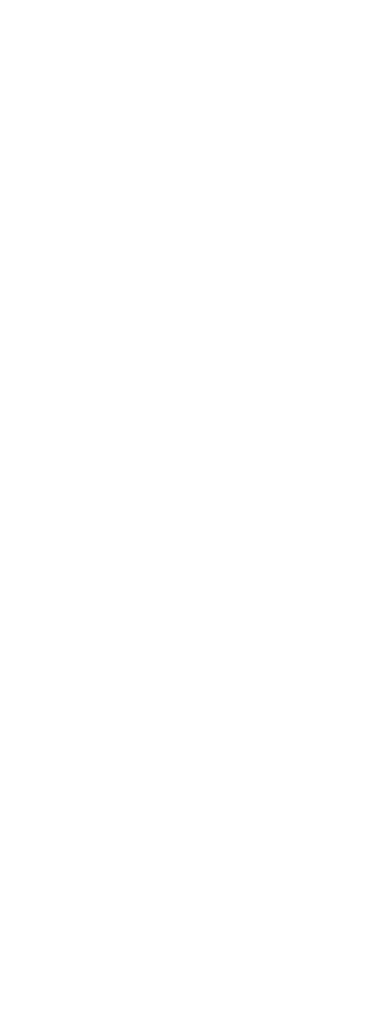
<source format=gbo>
G04 #@! TF.GenerationSoftware,KiCad,Pcbnew,7.0.7-7.0.7~ubuntu22.04.1*
G04 #@! TF.CreationDate,2023-09-17T14:22:27+02:00*
G04 #@! TF.ProjectId,100x100mm_all,31303078-3130-4306-9d6d-5f616c6c2e6b,rev?*
G04 #@! TF.SameCoordinates,Original*
G04 #@! TF.FileFunction,Legend,Bot*
G04 #@! TF.FilePolarity,Positive*
%FSLAX46Y46*%
G04 Gerber Fmt 4.6, Leading zero omitted, Abs format (unit mm)*
G04 Created by KiCad (PCBNEW 7.0.7-7.0.7~ubuntu22.04.1) date 2023-09-17 14:22:27*
%MOMM*%
%LPD*%
G01*
G04 APERTURE LIST*
%ADD10C,0.120000*%
G04 APERTURE END LIST*
D10*
X118110000Y-92651000D02*
X120310000Y-92651000D01*
X118110000Y-92651000D02*
X115910000Y-92651000D01*
X118110000Y-87181000D02*
X121710000Y-87181000D01*
X118110000Y-87181000D02*
X115910000Y-87181000D01*
X110092258Y-128538500D02*
X109617742Y-128538500D01*
X110092258Y-127493500D02*
X109617742Y-127493500D01*
X126505580Y-91696000D02*
X126224420Y-91696000D01*
X126505580Y-90676000D02*
X126224420Y-90676000D01*
X126602258Y-75198500D02*
X126127742Y-75198500D01*
X126602258Y-74153500D02*
X126127742Y-74153500D01*
X109995580Y-89156000D02*
X109714420Y-89156000D01*
X109995580Y-88136000D02*
X109714420Y-88136000D01*
X126505580Y-89156000D02*
X126224420Y-89156000D01*
X126505580Y-88136000D02*
X126224420Y-88136000D01*
X126505580Y-118366000D02*
X126224420Y-118366000D01*
X126505580Y-117346000D02*
X126224420Y-117346000D01*
X118110000Y-119971000D02*
X120310000Y-119971000D01*
X118110000Y-119971000D02*
X115910000Y-119971000D01*
X118110000Y-113201000D02*
X121710000Y-113201000D01*
X118110000Y-113201000D02*
X115910000Y-113201000D01*
X118110000Y-66631000D02*
X120310000Y-66631000D01*
X118110000Y-66631000D02*
X115910000Y-66631000D01*
X118110000Y-59861000D02*
X121710000Y-59861000D01*
X118110000Y-59861000D02*
X115910000Y-59861000D01*
X121425580Y-128526000D02*
X121144420Y-128526000D01*
X121425580Y-127506000D02*
X121144420Y-127506000D01*
X126602258Y-101868500D02*
X126127742Y-101868500D01*
X126602258Y-100823500D02*
X126127742Y-100823500D01*
X110092258Y-101868500D02*
X109617742Y-101868500D01*
X110092258Y-100823500D02*
X109617742Y-100823500D01*
X118110000Y-93301000D02*
X120310000Y-93301000D01*
X118110000Y-93301000D02*
X115910000Y-93301000D01*
X118110000Y-86531000D02*
X121710000Y-86531000D01*
X118110000Y-86531000D02*
X115910000Y-86531000D01*
X110092258Y-75198500D02*
X109617742Y-75198500D01*
X110092258Y-74153500D02*
X109617742Y-74153500D01*
X108925000Y-139446000D02*
X108925000Y-137946000D01*
X108925000Y-139446000D02*
X108925000Y-140946000D01*
X105705000Y-139446000D02*
X105705000Y-136521000D01*
X105705000Y-139446000D02*
X105705000Y-140946000D01*
X126505580Y-62486000D02*
X126224420Y-62486000D01*
X126505580Y-61466000D02*
X126224420Y-61466000D01*
X126602258Y-52338500D02*
X126127742Y-52338500D01*
X126602258Y-51293500D02*
X126127742Y-51293500D01*
X115075580Y-105666000D02*
X114794420Y-105666000D01*
X115075580Y-104646000D02*
X114794420Y-104646000D01*
X121425580Y-105666000D02*
X121144420Y-105666000D01*
X121425580Y-104646000D02*
X121144420Y-104646000D01*
X110092258Y-105678500D02*
X109617742Y-105678500D01*
X110092258Y-104633500D02*
X109617742Y-104633500D01*
X109995580Y-65026000D02*
X109714420Y-65026000D01*
X109995580Y-64006000D02*
X109714420Y-64006000D01*
X121425580Y-101856000D02*
X121144420Y-101856000D01*
X121425580Y-100836000D02*
X121144420Y-100836000D01*
X118110000Y-119321000D02*
X120310000Y-119321000D01*
X118110000Y-119321000D02*
X115910000Y-119321000D01*
X118110000Y-113851000D02*
X121710000Y-113851000D01*
X118110000Y-113851000D02*
X115910000Y-113851000D01*
X115075580Y-75186000D02*
X114794420Y-75186000D01*
X115075580Y-74166000D02*
X114794420Y-74166000D01*
X121425580Y-75186000D02*
X121144420Y-75186000D01*
X121425580Y-74166000D02*
X121144420Y-74166000D01*
X109995580Y-91696000D02*
X109714420Y-91696000D01*
X109995580Y-90676000D02*
X109714420Y-90676000D01*
X97495000Y-139446000D02*
X97495000Y-137946000D01*
X97495000Y-139446000D02*
X97495000Y-140946000D01*
X94275000Y-139446000D02*
X94275000Y-136521000D01*
X94275000Y-139446000D02*
X94275000Y-140946000D01*
X109995580Y-115826000D02*
X109714420Y-115826000D01*
X109995580Y-114806000D02*
X109714420Y-114806000D01*
X115075580Y-128526000D02*
X114794420Y-128526000D01*
X115075580Y-127506000D02*
X114794420Y-127506000D01*
X126602258Y-105678500D02*
X126127742Y-105678500D01*
X126602258Y-104633500D02*
X126127742Y-104633500D01*
X121425580Y-78996000D02*
X121144420Y-78996000D01*
X121425580Y-77976000D02*
X121144420Y-77976000D01*
X120355000Y-139446000D02*
X120355000Y-137946000D01*
X120355000Y-139446000D02*
X120355000Y-140946000D01*
X117135000Y-139446000D02*
X117135000Y-136521000D01*
X117135000Y-139446000D02*
X117135000Y-140946000D01*
X115075580Y-101856000D02*
X114794420Y-101856000D01*
X115075580Y-100836000D02*
X114794420Y-100836000D01*
X115075580Y-52326000D02*
X114794420Y-52326000D01*
X115075580Y-51306000D02*
X114794420Y-51306000D01*
X126505580Y-115826000D02*
X126224420Y-115826000D01*
X126505580Y-114806000D02*
X126224420Y-114806000D01*
X109995580Y-118366000D02*
X109714420Y-118366000D01*
X109995580Y-117346000D02*
X109714420Y-117346000D01*
X109995580Y-62486000D02*
X109714420Y-62486000D01*
X109995580Y-61466000D02*
X109714420Y-61466000D01*
X110092258Y-52338500D02*
X109617742Y-52338500D01*
X110092258Y-51293500D02*
X109617742Y-51293500D01*
X121425580Y-52326000D02*
X121144420Y-52326000D01*
X121425580Y-51306000D02*
X121144420Y-51306000D01*
X126602258Y-79008500D02*
X126127742Y-79008500D01*
X126602258Y-77963500D02*
X126127742Y-77963500D01*
X115075580Y-78996000D02*
X114794420Y-78996000D01*
X115075580Y-77976000D02*
X114794420Y-77976000D01*
X126602258Y-128538500D02*
X126127742Y-128538500D01*
X126602258Y-127493500D02*
X126127742Y-127493500D01*
X126505580Y-65026000D02*
X126224420Y-65026000D01*
X126505580Y-64006000D02*
X126224420Y-64006000D01*
X118110000Y-65981000D02*
X120310000Y-65981000D01*
X118110000Y-65981000D02*
X115910000Y-65981000D01*
X118110000Y-60511000D02*
X121710000Y-60511000D01*
X118110000Y-60511000D02*
X115910000Y-60511000D01*
X110092258Y-79008500D02*
X109617742Y-79008500D01*
X110092258Y-77963500D02*
X109617742Y-77963500D01*
%LPC*%
G36*
X185921121Y-50439002D02*
G01*
X185967614Y-50492658D01*
X185979000Y-50545000D01*
X185979000Y-148388000D01*
X185958998Y-148456121D01*
X185905342Y-148502614D01*
X185853000Y-148514000D01*
X90804000Y-148514000D01*
X90735879Y-148493998D01*
X90689386Y-148440342D01*
X90678000Y-148388000D01*
X90678000Y-146050006D01*
X101092000Y-146050006D01*
X101112576Y-146193113D01*
X101112578Y-146193120D01*
X101172644Y-146324647D01*
X101267331Y-146433921D01*
X101388967Y-146512091D01*
X101388971Y-146512093D01*
X101527704Y-146552829D01*
X101672296Y-146552829D01*
X101811028Y-146512093D01*
X101811032Y-146512091D01*
X101932668Y-146433921D01*
X102027355Y-146324647D01*
X102087421Y-146193120D01*
X102087423Y-146193113D01*
X102107999Y-146050006D01*
X112522000Y-146050006D01*
X112542576Y-146193113D01*
X112542578Y-146193120D01*
X112602644Y-146324647D01*
X112697331Y-146433921D01*
X112818967Y-146512091D01*
X112818971Y-146512093D01*
X112957704Y-146552829D01*
X113102296Y-146552829D01*
X113241028Y-146512093D01*
X113241032Y-146512091D01*
X113362668Y-146433921D01*
X113457355Y-146324647D01*
X113517421Y-146193120D01*
X113517423Y-146193113D01*
X113537999Y-146050006D01*
X123952000Y-146050006D01*
X123972576Y-146193113D01*
X123972578Y-146193120D01*
X124032644Y-146324647D01*
X124127331Y-146433921D01*
X124248967Y-146512091D01*
X124248971Y-146512093D01*
X124387704Y-146552829D01*
X124532296Y-146552829D01*
X124671028Y-146512093D01*
X124671032Y-146512091D01*
X124792668Y-146433921D01*
X124887355Y-146324647D01*
X124947421Y-146193120D01*
X124947423Y-146193113D01*
X124967999Y-146050006D01*
X129032000Y-146050006D01*
X129052576Y-146193113D01*
X129052578Y-146193120D01*
X129112644Y-146324647D01*
X129207331Y-146433921D01*
X129328967Y-146512091D01*
X129328971Y-146512093D01*
X129467704Y-146552829D01*
X129612296Y-146552829D01*
X129751028Y-146512093D01*
X129751032Y-146512091D01*
X129872668Y-146433921D01*
X129967355Y-146324647D01*
X130027421Y-146193120D01*
X130027423Y-146193113D01*
X130047999Y-146050006D01*
X145542000Y-146050006D01*
X145562576Y-146193113D01*
X145562578Y-146193120D01*
X145622644Y-146324647D01*
X145717331Y-146433921D01*
X145838967Y-146512091D01*
X145838971Y-146512093D01*
X145977704Y-146552829D01*
X146122296Y-146552829D01*
X146261028Y-146512093D01*
X146261032Y-146512091D01*
X146382668Y-146433921D01*
X146477355Y-146324647D01*
X146537421Y-146193120D01*
X146537423Y-146193113D01*
X146557999Y-146050006D01*
X162052000Y-146050006D01*
X162072576Y-146193113D01*
X162072578Y-146193120D01*
X162132644Y-146324647D01*
X162227331Y-146433921D01*
X162348967Y-146512091D01*
X162348971Y-146512093D01*
X162487704Y-146552829D01*
X162632296Y-146552829D01*
X162771028Y-146512093D01*
X162771032Y-146512091D01*
X162892668Y-146433921D01*
X162987355Y-146324647D01*
X163047421Y-146193120D01*
X163047423Y-146193113D01*
X163067999Y-146050006D01*
X163068000Y-146050002D01*
X163068000Y-138811006D01*
X173482000Y-138811006D01*
X173502576Y-138954113D01*
X173502578Y-138954120D01*
X173562644Y-139085647D01*
X173657331Y-139194921D01*
X173778967Y-139273091D01*
X173778971Y-139273093D01*
X173917704Y-139313829D01*
X174062296Y-139313829D01*
X174201028Y-139273093D01*
X174201032Y-139273091D01*
X174322668Y-139194921D01*
X174417355Y-139085647D01*
X174477421Y-138954120D01*
X174477423Y-138954113D01*
X174497999Y-138811006D01*
X174498000Y-138811001D01*
X174498000Y-132333998D01*
X174497999Y-132333993D01*
X174477423Y-132190886D01*
X174477421Y-132190879D01*
X174417355Y-132059352D01*
X174322668Y-131950078D01*
X174201032Y-131871908D01*
X174201028Y-131871906D01*
X174062296Y-131831171D01*
X173917704Y-131831171D01*
X173778971Y-131871906D01*
X173778967Y-131871908D01*
X173657331Y-131950078D01*
X173562644Y-132059352D01*
X173502578Y-132190879D01*
X173502576Y-132190886D01*
X173482000Y-132333993D01*
X173482000Y-138811006D01*
X163068000Y-138811006D01*
X163068000Y-138175997D01*
X163067999Y-138175993D01*
X163047423Y-138032886D01*
X163047421Y-138032879D01*
X162987355Y-137901352D01*
X162892668Y-137792078D01*
X162771032Y-137713908D01*
X162771028Y-137713906D01*
X162632296Y-137673171D01*
X162487704Y-137673171D01*
X162348971Y-137713906D01*
X162348967Y-137713908D01*
X162227331Y-137792078D01*
X162132644Y-137901352D01*
X162072578Y-138032879D01*
X162072576Y-138032886D01*
X162052000Y-138175993D01*
X162052000Y-146050006D01*
X146557999Y-146050006D01*
X146558000Y-146050001D01*
X146558000Y-140153296D01*
X150500171Y-140153296D01*
X150540906Y-140292028D01*
X150540908Y-140292032D01*
X150619078Y-140413668D01*
X150728352Y-140508355D01*
X150859879Y-140568421D01*
X150859886Y-140568423D01*
X151002993Y-140588999D01*
X151002998Y-140589000D01*
X157607002Y-140589000D01*
X157607006Y-140588999D01*
X157750113Y-140568423D01*
X157750120Y-140568421D01*
X157881647Y-140508355D01*
X157990921Y-140413668D01*
X158069091Y-140292032D01*
X158069093Y-140292028D01*
X158109829Y-140153296D01*
X158109829Y-140008703D01*
X158069093Y-139869971D01*
X158069091Y-139869967D01*
X157990921Y-139748331D01*
X157881647Y-139653644D01*
X157750120Y-139593578D01*
X157750113Y-139593576D01*
X157607006Y-139573000D01*
X151002993Y-139573000D01*
X150859886Y-139593576D01*
X150859879Y-139593578D01*
X150728352Y-139653644D01*
X150619078Y-139748331D01*
X150540908Y-139869967D01*
X150540906Y-139869971D01*
X150500171Y-140008703D01*
X150500171Y-140153296D01*
X146558000Y-140153296D01*
X146558000Y-138175998D01*
X146557999Y-138175993D01*
X146537423Y-138032886D01*
X146537421Y-138032879D01*
X146477355Y-137901352D01*
X146382668Y-137792078D01*
X146261032Y-137713908D01*
X146261028Y-137713906D01*
X146122296Y-137673171D01*
X145977704Y-137673171D01*
X145838971Y-137713906D01*
X145838967Y-137713908D01*
X145717331Y-137792078D01*
X145622644Y-137901352D01*
X145562578Y-138032879D01*
X145562576Y-138032886D01*
X145542000Y-138175993D01*
X145542000Y-146050006D01*
X130047999Y-146050006D01*
X130048000Y-146050002D01*
X130048000Y-140153296D01*
X133990171Y-140153296D01*
X134030906Y-140292028D01*
X134030908Y-140292032D01*
X134109078Y-140413668D01*
X134218352Y-140508355D01*
X134349879Y-140568421D01*
X134349886Y-140568423D01*
X134492993Y-140588999D01*
X134492998Y-140589000D01*
X141097002Y-140589000D01*
X141097006Y-140588999D01*
X141240113Y-140568423D01*
X141240120Y-140568421D01*
X141371647Y-140508355D01*
X141480921Y-140413668D01*
X141559091Y-140292032D01*
X141559093Y-140292028D01*
X141599829Y-140153296D01*
X141599829Y-140008703D01*
X141559093Y-139869971D01*
X141559091Y-139869967D01*
X141480921Y-139748331D01*
X141371647Y-139653644D01*
X141240120Y-139593578D01*
X141240113Y-139593576D01*
X141097006Y-139573000D01*
X134492993Y-139573000D01*
X134349886Y-139593576D01*
X134349879Y-139593578D01*
X134218352Y-139653644D01*
X134109078Y-139748331D01*
X134030908Y-139869967D01*
X134030906Y-139869971D01*
X133990171Y-140008703D01*
X133990171Y-140153296D01*
X130048000Y-140153296D01*
X130048000Y-138175998D01*
X130047999Y-138175993D01*
X130027423Y-138032886D01*
X130027421Y-138032879D01*
X129967355Y-137901352D01*
X129872668Y-137792078D01*
X129751032Y-137713908D01*
X129751028Y-137713906D01*
X129612296Y-137673171D01*
X129467704Y-137673171D01*
X129328971Y-137713906D01*
X129328967Y-137713908D01*
X129207331Y-137792078D01*
X129112644Y-137901352D01*
X129052578Y-138032879D01*
X129052576Y-138032886D01*
X129032000Y-138175993D01*
X129032000Y-146050006D01*
X124967999Y-146050006D01*
X124968000Y-146050001D01*
X124968000Y-133223006D01*
X129032000Y-133223006D01*
X129052576Y-133366113D01*
X129052578Y-133366120D01*
X129112644Y-133497647D01*
X129207331Y-133606921D01*
X129328967Y-133685091D01*
X129328971Y-133685093D01*
X129467704Y-133725829D01*
X129612296Y-133725829D01*
X129751028Y-133685093D01*
X129751032Y-133685091D01*
X129872668Y-133606921D01*
X129967355Y-133497647D01*
X130027421Y-133366120D01*
X130027423Y-133366113D01*
X130047999Y-133223006D01*
X145542000Y-133223006D01*
X145562576Y-133366113D01*
X145562578Y-133366120D01*
X145622644Y-133497647D01*
X145717331Y-133606921D01*
X145838967Y-133685091D01*
X145838971Y-133685093D01*
X145977704Y-133725829D01*
X146122296Y-133725829D01*
X146261028Y-133685093D01*
X146261032Y-133685091D01*
X146382668Y-133606921D01*
X146477355Y-133497647D01*
X146537421Y-133366120D01*
X146537423Y-133366113D01*
X146557999Y-133223006D01*
X162052000Y-133223006D01*
X162072576Y-133366113D01*
X162072578Y-133366120D01*
X162132644Y-133497647D01*
X162227331Y-133606921D01*
X162348967Y-133685091D01*
X162348971Y-133685093D01*
X162487704Y-133725829D01*
X162632296Y-133725829D01*
X162771028Y-133685093D01*
X162771032Y-133685091D01*
X162892668Y-133606921D01*
X162987355Y-133497647D01*
X163047421Y-133366120D01*
X163047423Y-133366113D01*
X163067999Y-133223006D01*
X163068000Y-133223002D01*
X163068000Y-127453296D01*
X166756171Y-127453296D01*
X166796906Y-127592028D01*
X166796908Y-127592032D01*
X166875078Y-127713668D01*
X166984352Y-127808355D01*
X167115879Y-127868421D01*
X167115886Y-127868423D01*
X167258993Y-127888999D01*
X167258998Y-127889000D01*
X168783002Y-127889000D01*
X168783006Y-127888999D01*
X168926113Y-127868423D01*
X168926120Y-127868421D01*
X169057647Y-127808355D01*
X169166921Y-127713668D01*
X169245091Y-127592032D01*
X169245093Y-127592028D01*
X169285829Y-127453296D01*
X173233170Y-127453296D01*
X173273906Y-127592028D01*
X173273908Y-127592032D01*
X173352078Y-127713668D01*
X173461352Y-127808355D01*
X173592879Y-127868421D01*
X173592886Y-127868423D01*
X173735993Y-127888999D01*
X173735998Y-127889000D01*
X175260002Y-127889000D01*
X175260006Y-127888999D01*
X175403113Y-127868423D01*
X175403120Y-127868421D01*
X175534647Y-127808355D01*
X175643921Y-127713668D01*
X175722091Y-127592032D01*
X175722093Y-127592028D01*
X175762829Y-127453296D01*
X179329170Y-127453296D01*
X179369906Y-127592028D01*
X179369908Y-127592032D01*
X179448078Y-127713668D01*
X179557352Y-127808355D01*
X179688879Y-127868421D01*
X179688886Y-127868423D01*
X179831993Y-127888999D01*
X179831998Y-127889000D01*
X181356002Y-127889000D01*
X181356006Y-127888999D01*
X181499113Y-127868423D01*
X181499120Y-127868421D01*
X181630647Y-127808355D01*
X181739921Y-127713668D01*
X181818091Y-127592032D01*
X181818093Y-127592028D01*
X181858829Y-127453296D01*
X181858829Y-127308703D01*
X181818093Y-127169971D01*
X181818091Y-127169967D01*
X181739921Y-127048331D01*
X181630647Y-126953644D01*
X181499120Y-126893578D01*
X181499113Y-126893576D01*
X181356006Y-126873000D01*
X179831993Y-126873000D01*
X179688886Y-126893576D01*
X179688879Y-126893578D01*
X179557352Y-126953644D01*
X179448078Y-127048331D01*
X179369908Y-127169967D01*
X179369906Y-127169971D01*
X179329170Y-127308703D01*
X179329170Y-127453296D01*
X175762829Y-127453296D01*
X175762829Y-127308703D01*
X175722093Y-127169971D01*
X175722091Y-127169967D01*
X175643921Y-127048331D01*
X175534647Y-126953644D01*
X175403120Y-126893578D01*
X175403113Y-126893576D01*
X175260006Y-126873000D01*
X173735993Y-126873000D01*
X173592886Y-126893576D01*
X173592879Y-126893578D01*
X173461352Y-126953644D01*
X173352078Y-127048331D01*
X173273908Y-127169967D01*
X173273906Y-127169971D01*
X173233170Y-127308703D01*
X173233170Y-127453296D01*
X169285829Y-127453296D01*
X169285829Y-127308703D01*
X169245093Y-127169971D01*
X169245091Y-127169967D01*
X169166921Y-127048331D01*
X169057647Y-126953644D01*
X168926120Y-126893578D01*
X168926113Y-126893576D01*
X168783006Y-126873000D01*
X167258993Y-126873000D01*
X167115886Y-126893576D01*
X167115879Y-126893578D01*
X166984352Y-126953644D01*
X166875078Y-127048331D01*
X166796908Y-127169967D01*
X166796906Y-127169971D01*
X166756171Y-127308703D01*
X166756171Y-127453296D01*
X163068000Y-127453296D01*
X163068000Y-125475998D01*
X163067999Y-125475993D01*
X163047423Y-125332886D01*
X163047421Y-125332879D01*
X162987355Y-125201352D01*
X162892668Y-125092078D01*
X162771032Y-125013908D01*
X162771028Y-125013906D01*
X162632296Y-124973171D01*
X162487704Y-124973171D01*
X162348971Y-125013906D01*
X162348967Y-125013908D01*
X162227331Y-125092078D01*
X162132644Y-125201352D01*
X162072578Y-125332879D01*
X162072576Y-125332886D01*
X162052000Y-125475993D01*
X162052000Y-133223006D01*
X146557999Y-133223006D01*
X146558000Y-133223002D01*
X146558000Y-128723296D01*
X150500171Y-128723296D01*
X150540906Y-128862028D01*
X150540908Y-128862032D01*
X150619078Y-128983668D01*
X150728352Y-129078355D01*
X150859879Y-129138421D01*
X150859886Y-129138423D01*
X151002993Y-129158999D01*
X151002998Y-129159000D01*
X157607002Y-129159000D01*
X157607006Y-129158999D01*
X157750113Y-129138423D01*
X157750120Y-129138421D01*
X157881647Y-129078355D01*
X157990921Y-128983668D01*
X158069091Y-128862032D01*
X158069093Y-128862028D01*
X158109829Y-128723296D01*
X158109829Y-128578703D01*
X158069093Y-128439971D01*
X158069091Y-128439967D01*
X157990921Y-128318331D01*
X157881647Y-128223644D01*
X157750120Y-128163578D01*
X157750113Y-128163576D01*
X157607006Y-128143000D01*
X151002993Y-128143000D01*
X150859886Y-128163576D01*
X150859879Y-128163578D01*
X150728352Y-128223644D01*
X150619078Y-128318331D01*
X150540908Y-128439967D01*
X150540906Y-128439971D01*
X150500171Y-128578703D01*
X150500171Y-128723296D01*
X146558000Y-128723296D01*
X146558000Y-125475997D01*
X146557999Y-125475993D01*
X146537423Y-125332886D01*
X146537421Y-125332879D01*
X146477355Y-125201352D01*
X146382668Y-125092078D01*
X146261032Y-125013908D01*
X146261028Y-125013906D01*
X146122296Y-124973171D01*
X145977704Y-124973171D01*
X145838971Y-125013906D01*
X145838967Y-125013908D01*
X145717331Y-125092078D01*
X145622644Y-125201352D01*
X145562578Y-125332879D01*
X145562576Y-125332886D01*
X145542000Y-125475993D01*
X145542000Y-133223006D01*
X130047999Y-133223006D01*
X130048000Y-133223002D01*
X130048000Y-131263296D01*
X133990171Y-131263296D01*
X134030906Y-131402028D01*
X134030908Y-131402032D01*
X134109078Y-131523668D01*
X134218352Y-131618355D01*
X134349879Y-131678421D01*
X134349886Y-131678423D01*
X134492993Y-131698999D01*
X134492998Y-131699000D01*
X141097002Y-131699000D01*
X141097006Y-131698999D01*
X141240113Y-131678423D01*
X141240120Y-131678421D01*
X141371647Y-131618355D01*
X141480921Y-131523668D01*
X141559091Y-131402032D01*
X141559093Y-131402028D01*
X141599829Y-131263296D01*
X141599829Y-131118703D01*
X141559093Y-130979971D01*
X141559091Y-130979967D01*
X141480921Y-130858331D01*
X141371647Y-130763644D01*
X141240120Y-130703578D01*
X141240113Y-130703576D01*
X141097006Y-130683000D01*
X134492993Y-130683000D01*
X134349886Y-130703576D01*
X134349879Y-130703578D01*
X134218352Y-130763644D01*
X134109078Y-130858331D01*
X134030908Y-130979967D01*
X134030906Y-130979971D01*
X133990171Y-131118703D01*
X133990171Y-131263296D01*
X130048000Y-131263296D01*
X130048000Y-125475997D01*
X130047999Y-125475993D01*
X130027423Y-125332886D01*
X130027421Y-125332879D01*
X129967355Y-125201352D01*
X129872668Y-125092078D01*
X129751032Y-125013908D01*
X129751028Y-125013906D01*
X129612296Y-124973171D01*
X129467704Y-124973171D01*
X129328971Y-125013906D01*
X129328967Y-125013908D01*
X129207331Y-125092078D01*
X129112644Y-125201352D01*
X129052578Y-125332879D01*
X129052576Y-125332886D01*
X129032000Y-125475993D01*
X129032000Y-133223006D01*
X124968000Y-133223006D01*
X124968000Y-132460998D01*
X124967999Y-132460993D01*
X124947423Y-132317886D01*
X124947421Y-132317879D01*
X124887355Y-132186352D01*
X124792668Y-132077078D01*
X124671032Y-131998908D01*
X124671028Y-131998906D01*
X124532296Y-131958171D01*
X124387704Y-131958171D01*
X124248971Y-131998906D01*
X124248967Y-131998908D01*
X124127331Y-132077078D01*
X124032644Y-132186352D01*
X123972578Y-132317879D01*
X123972576Y-132317886D01*
X123952000Y-132460993D01*
X123952000Y-146050006D01*
X113537999Y-146050006D01*
X113538000Y-146050001D01*
X113538000Y-132460998D01*
X113537999Y-132460993D01*
X113517423Y-132317886D01*
X113517421Y-132317879D01*
X113457355Y-132186352D01*
X113362668Y-132077078D01*
X113241032Y-131998908D01*
X113241028Y-131998906D01*
X113102296Y-131958171D01*
X112957704Y-131958171D01*
X112818971Y-131998906D01*
X112818967Y-131998908D01*
X112697331Y-132077078D01*
X112602644Y-132186352D01*
X112542578Y-132317879D01*
X112542576Y-132317886D01*
X112522000Y-132460993D01*
X112522000Y-146050006D01*
X102107999Y-146050006D01*
X102108000Y-146050002D01*
X102108000Y-132460997D01*
X102107999Y-132460993D01*
X102087423Y-132317886D01*
X102087421Y-132317879D01*
X102027355Y-132186352D01*
X101932668Y-132077078D01*
X101811032Y-131998908D01*
X101811028Y-131998906D01*
X101672296Y-131958171D01*
X101527704Y-131958171D01*
X101388971Y-131998906D01*
X101388967Y-131998908D01*
X101267331Y-132077078D01*
X101172644Y-132186352D01*
X101112578Y-132317879D01*
X101112576Y-132317886D01*
X101092000Y-132460993D01*
X101092000Y-146050006D01*
X90678000Y-146050006D01*
X90678000Y-129993296D01*
X94620171Y-129993296D01*
X94660906Y-130132028D01*
X94660908Y-130132032D01*
X94739078Y-130253668D01*
X94848352Y-130348355D01*
X94979879Y-130408421D01*
X94979886Y-130408423D01*
X95122993Y-130428999D01*
X95122998Y-130429000D01*
X99060002Y-130429000D01*
X99060006Y-130428999D01*
X99203113Y-130408423D01*
X99203120Y-130408421D01*
X99334647Y-130348355D01*
X99443921Y-130253668D01*
X99522091Y-130132032D01*
X99522093Y-130132028D01*
X99562829Y-129993296D01*
X103637171Y-129993296D01*
X103677906Y-130132028D01*
X103677908Y-130132032D01*
X103756078Y-130253668D01*
X103865352Y-130348355D01*
X103996879Y-130408421D01*
X103996886Y-130408423D01*
X104139993Y-130428999D01*
X104139998Y-130429000D01*
X110490002Y-130429000D01*
X110490006Y-130428999D01*
X110633113Y-130408423D01*
X110633120Y-130408421D01*
X110764647Y-130348355D01*
X110873921Y-130253668D01*
X110952091Y-130132032D01*
X110952093Y-130132028D01*
X110992829Y-129993296D01*
X115067171Y-129993296D01*
X115107906Y-130132028D01*
X115107908Y-130132032D01*
X115186078Y-130253668D01*
X115295352Y-130348355D01*
X115426879Y-130408421D01*
X115426886Y-130408423D01*
X115569993Y-130428999D01*
X115569998Y-130429000D01*
X122047002Y-130429000D01*
X122047006Y-130428999D01*
X122190113Y-130408423D01*
X122190120Y-130408421D01*
X122321647Y-130348355D01*
X122430921Y-130253668D01*
X122509091Y-130132032D01*
X122509093Y-130132028D01*
X122549829Y-129993296D01*
X122549829Y-129848703D01*
X122509093Y-129709971D01*
X122509091Y-129709967D01*
X122430921Y-129588331D01*
X122321647Y-129493644D01*
X122190120Y-129433578D01*
X122190113Y-129433576D01*
X122047006Y-129413000D01*
X115569993Y-129413000D01*
X115426886Y-129433576D01*
X115426879Y-129433578D01*
X115295352Y-129493644D01*
X115186078Y-129588331D01*
X115107908Y-129709967D01*
X115107906Y-129709971D01*
X115067171Y-129848703D01*
X115067171Y-129993296D01*
X110992829Y-129993296D01*
X110992829Y-129848703D01*
X110952093Y-129709971D01*
X110952091Y-129709967D01*
X110873921Y-129588331D01*
X110764647Y-129493644D01*
X110633120Y-129433578D01*
X110633113Y-129433576D01*
X110490006Y-129413000D01*
X104139993Y-129413000D01*
X103996886Y-129433576D01*
X103996879Y-129433578D01*
X103865352Y-129493644D01*
X103756078Y-129588331D01*
X103677908Y-129709967D01*
X103677906Y-129709971D01*
X103637171Y-129848703D01*
X103637171Y-129993296D01*
X99562829Y-129993296D01*
X99562829Y-129848703D01*
X99522093Y-129709971D01*
X99522091Y-129709967D01*
X99443921Y-129588331D01*
X99334647Y-129493644D01*
X99203120Y-129433578D01*
X99203113Y-129433576D01*
X99060006Y-129413000D01*
X95122993Y-129413000D01*
X94979886Y-129433576D01*
X94979879Y-129433578D01*
X94848352Y-129493644D01*
X94739078Y-129588331D01*
X94660908Y-129709967D01*
X94660906Y-129709971D01*
X94620171Y-129848703D01*
X94620171Y-129993296D01*
X90678000Y-129993296D01*
X90678000Y-124968006D01*
X106172000Y-124968006D01*
X106192576Y-125111113D01*
X106192578Y-125111120D01*
X106252644Y-125242647D01*
X106347331Y-125351921D01*
X106468967Y-125430091D01*
X106468971Y-125430093D01*
X106607704Y-125470829D01*
X106752296Y-125470829D01*
X106891028Y-125430093D01*
X106891032Y-125430091D01*
X107012668Y-125351921D01*
X107107355Y-125242647D01*
X107167421Y-125111120D01*
X107167423Y-125111113D01*
X107187999Y-124968006D01*
X107188000Y-124968001D01*
X107188000Y-122301006D01*
X168021000Y-122301006D01*
X168041576Y-122444113D01*
X168041578Y-122444120D01*
X168101644Y-122575647D01*
X168196331Y-122684921D01*
X168317967Y-122763091D01*
X168317971Y-122763093D01*
X168456704Y-122803829D01*
X168601296Y-122803829D01*
X168740028Y-122763093D01*
X168740032Y-122763091D01*
X168861668Y-122684921D01*
X168956355Y-122575647D01*
X169016421Y-122444120D01*
X169016423Y-122444113D01*
X169036999Y-122301006D01*
X173990000Y-122301006D01*
X174010576Y-122444113D01*
X174010578Y-122444120D01*
X174070644Y-122575647D01*
X174165331Y-122684921D01*
X174286967Y-122763091D01*
X174286971Y-122763093D01*
X174425704Y-122803829D01*
X174570296Y-122803829D01*
X174709028Y-122763093D01*
X174709032Y-122763091D01*
X174830668Y-122684921D01*
X174925355Y-122575647D01*
X174985421Y-122444120D01*
X174985423Y-122444113D01*
X175005999Y-122301006D01*
X179959000Y-122301006D01*
X179979576Y-122444113D01*
X179979578Y-122444120D01*
X180039644Y-122575647D01*
X180134331Y-122684921D01*
X180255967Y-122763091D01*
X180255971Y-122763093D01*
X180394704Y-122803829D01*
X180539296Y-122803829D01*
X180678028Y-122763093D01*
X180678032Y-122763091D01*
X180799668Y-122684921D01*
X180894355Y-122575647D01*
X180954421Y-122444120D01*
X180954423Y-122444113D01*
X180974999Y-122301006D01*
X180975000Y-122301001D01*
X180975000Y-99313998D01*
X180974999Y-99313993D01*
X180954423Y-99170886D01*
X180954421Y-99170879D01*
X180894355Y-99039352D01*
X180799668Y-98930078D01*
X180678032Y-98851908D01*
X180678028Y-98851906D01*
X180539296Y-98811171D01*
X180394704Y-98811171D01*
X180255971Y-98851906D01*
X180255967Y-98851908D01*
X180134331Y-98930078D01*
X180039644Y-99039352D01*
X179979578Y-99170879D01*
X179979576Y-99170886D01*
X179959000Y-99313993D01*
X179959000Y-122301006D01*
X175005999Y-122301006D01*
X175006000Y-122301001D01*
X175006000Y-99313997D01*
X175005999Y-99313993D01*
X174985423Y-99170886D01*
X174985421Y-99170879D01*
X174925355Y-99039352D01*
X174830668Y-98930078D01*
X174709032Y-98851908D01*
X174709028Y-98851906D01*
X174570296Y-98811171D01*
X174425704Y-98811171D01*
X174286971Y-98851906D01*
X174286967Y-98851908D01*
X174165331Y-98930078D01*
X174070644Y-99039352D01*
X174010578Y-99170879D01*
X174010576Y-99170886D01*
X173990000Y-99313993D01*
X173990000Y-122301006D01*
X169036999Y-122301006D01*
X169037000Y-122301001D01*
X169037000Y-99313997D01*
X169036999Y-99313993D01*
X169016423Y-99170886D01*
X169016421Y-99170879D01*
X168956355Y-99039352D01*
X168861668Y-98930078D01*
X168740032Y-98851908D01*
X168740028Y-98851906D01*
X168601296Y-98811171D01*
X168456704Y-98811171D01*
X168317971Y-98851906D01*
X168317967Y-98851908D01*
X168196331Y-98930078D01*
X168101644Y-99039352D01*
X168041578Y-99170879D01*
X168041576Y-99170886D01*
X168021000Y-99313993D01*
X168021000Y-122301006D01*
X107188000Y-122301006D01*
X107188000Y-120523006D01*
X129032000Y-120523006D01*
X129052576Y-120666113D01*
X129052578Y-120666120D01*
X129112644Y-120797647D01*
X129207331Y-120906921D01*
X129328967Y-120985091D01*
X129328971Y-120985093D01*
X129467704Y-121025829D01*
X129612296Y-121025829D01*
X129751028Y-120985093D01*
X129751032Y-120985091D01*
X129872668Y-120906921D01*
X129967355Y-120797647D01*
X130027421Y-120666120D01*
X130027423Y-120666113D01*
X130047999Y-120523006D01*
X145542000Y-120523006D01*
X145562576Y-120666113D01*
X145562578Y-120666120D01*
X145622644Y-120797647D01*
X145717331Y-120906921D01*
X145838967Y-120985091D01*
X145838971Y-120985093D01*
X145977704Y-121025829D01*
X146122296Y-121025829D01*
X146261028Y-120985093D01*
X146261032Y-120985091D01*
X146382668Y-120906921D01*
X146477355Y-120797647D01*
X146537421Y-120666120D01*
X146537423Y-120666113D01*
X146557999Y-120523006D01*
X162052000Y-120523006D01*
X162072576Y-120666113D01*
X162072578Y-120666120D01*
X162132644Y-120797647D01*
X162227331Y-120906921D01*
X162348967Y-120985091D01*
X162348971Y-120985093D01*
X162487704Y-121025829D01*
X162632296Y-121025829D01*
X162771028Y-120985093D01*
X162771032Y-120985091D01*
X162892668Y-120906921D01*
X162987355Y-120797647D01*
X163047421Y-120666120D01*
X163047423Y-120666113D01*
X163067999Y-120523006D01*
X163068000Y-120523002D01*
X163068000Y-114045997D01*
X163067999Y-114045993D01*
X163047423Y-113902886D01*
X163047421Y-113902879D01*
X162987355Y-113771352D01*
X162892668Y-113662078D01*
X162771032Y-113583908D01*
X162771028Y-113583906D01*
X162632296Y-113543171D01*
X162487704Y-113543171D01*
X162348971Y-113583906D01*
X162348967Y-113583908D01*
X162227331Y-113662078D01*
X162132644Y-113771352D01*
X162072578Y-113902879D01*
X162072576Y-113902886D01*
X162052000Y-114045993D01*
X162052000Y-120523006D01*
X146557999Y-120523006D01*
X146558000Y-120523001D01*
X146558000Y-117293296D01*
X150500171Y-117293296D01*
X150540906Y-117432028D01*
X150540908Y-117432032D01*
X150619078Y-117553668D01*
X150728352Y-117648355D01*
X150859879Y-117708421D01*
X150859886Y-117708423D01*
X151002993Y-117728999D01*
X151002998Y-117729000D01*
X157607002Y-117729000D01*
X157607006Y-117728999D01*
X157750113Y-117708423D01*
X157750120Y-117708421D01*
X157881647Y-117648355D01*
X157990921Y-117553668D01*
X158069091Y-117432032D01*
X158069093Y-117432028D01*
X158109829Y-117293296D01*
X158109829Y-117148703D01*
X158069093Y-117009971D01*
X158069091Y-117009967D01*
X157990921Y-116888331D01*
X157881647Y-116793644D01*
X157750120Y-116733578D01*
X157750113Y-116733576D01*
X157607006Y-116713000D01*
X151002993Y-116713000D01*
X150859886Y-116733576D01*
X150859879Y-116733578D01*
X150728352Y-116793644D01*
X150619078Y-116888331D01*
X150540908Y-117009967D01*
X150540906Y-117009971D01*
X150500171Y-117148703D01*
X150500171Y-117293296D01*
X146558000Y-117293296D01*
X146558000Y-113410998D01*
X146557999Y-113410993D01*
X146537423Y-113267886D01*
X146537421Y-113267879D01*
X146477355Y-113136352D01*
X146382668Y-113027078D01*
X146261032Y-112948908D01*
X146261028Y-112948906D01*
X146122296Y-112908171D01*
X145977704Y-112908171D01*
X145838971Y-112948906D01*
X145838967Y-112948908D01*
X145717331Y-113027078D01*
X145622644Y-113136352D01*
X145562578Y-113267879D01*
X145562576Y-113267886D01*
X145542000Y-113410993D01*
X145542000Y-120523006D01*
X130047999Y-120523006D01*
X130048000Y-120523002D01*
X130048000Y-114753296D01*
X133990171Y-114753296D01*
X134030906Y-114892028D01*
X134030908Y-114892032D01*
X134109078Y-115013668D01*
X134218352Y-115108355D01*
X134349879Y-115168421D01*
X134349886Y-115168423D01*
X134492993Y-115188999D01*
X134492998Y-115189000D01*
X141097002Y-115189000D01*
X141097006Y-115188999D01*
X141240113Y-115168423D01*
X141240120Y-115168421D01*
X141371647Y-115108355D01*
X141480921Y-115013668D01*
X141559091Y-114892032D01*
X141559093Y-114892028D01*
X141599829Y-114753296D01*
X141599829Y-114608703D01*
X141559093Y-114469971D01*
X141559091Y-114469967D01*
X141480921Y-114348331D01*
X141371647Y-114253644D01*
X141240120Y-114193578D01*
X141240113Y-114193576D01*
X141097006Y-114173000D01*
X134492993Y-114173000D01*
X134349886Y-114193576D01*
X134349879Y-114193578D01*
X134218352Y-114253644D01*
X134109078Y-114348331D01*
X134030908Y-114469967D01*
X134030906Y-114469971D01*
X133990171Y-114608703D01*
X133990171Y-114753296D01*
X130048000Y-114753296D01*
X130048000Y-109093006D01*
X162052000Y-109093006D01*
X162072576Y-109236113D01*
X162072578Y-109236120D01*
X162132644Y-109367647D01*
X162227331Y-109476921D01*
X162348967Y-109555091D01*
X162348971Y-109555093D01*
X162487704Y-109595829D01*
X162632296Y-109595829D01*
X162771028Y-109555093D01*
X162771032Y-109555091D01*
X162892668Y-109476921D01*
X162987355Y-109367647D01*
X163047421Y-109236120D01*
X163047423Y-109236113D01*
X163067999Y-109093006D01*
X163068000Y-109093001D01*
X163068000Y-100329998D01*
X163067999Y-100329993D01*
X163047423Y-100186886D01*
X163047421Y-100186879D01*
X162987355Y-100055352D01*
X162892668Y-99946078D01*
X162771032Y-99867908D01*
X162771028Y-99867906D01*
X162632296Y-99827171D01*
X162487704Y-99827171D01*
X162348971Y-99867906D01*
X162348967Y-99867908D01*
X162227331Y-99946078D01*
X162132644Y-100055352D01*
X162072578Y-100186879D01*
X162072576Y-100186886D01*
X162052000Y-100329993D01*
X162052000Y-109093006D01*
X130048000Y-109093006D01*
X130048000Y-108458006D01*
X145542000Y-108458006D01*
X145562576Y-108601113D01*
X145562578Y-108601120D01*
X145622644Y-108732647D01*
X145717331Y-108841921D01*
X145838967Y-108920091D01*
X145838971Y-108920093D01*
X145977704Y-108960829D01*
X146122296Y-108960829D01*
X146261028Y-108920093D01*
X146261032Y-108920091D01*
X146382668Y-108841921D01*
X146477355Y-108732647D01*
X146537421Y-108601120D01*
X146537423Y-108601113D01*
X146557999Y-108458006D01*
X146558000Y-108458002D01*
X146558000Y-105863296D01*
X150500171Y-105863296D01*
X150540906Y-106002028D01*
X150540908Y-106002032D01*
X150619078Y-106123668D01*
X150728352Y-106218355D01*
X150859879Y-106278421D01*
X150859886Y-106278423D01*
X151002993Y-106298999D01*
X151002998Y-106299000D01*
X157607002Y-106299000D01*
X157607006Y-106298999D01*
X157750113Y-106278423D01*
X157750120Y-106278421D01*
X157881647Y-106218355D01*
X157990921Y-106123668D01*
X158069091Y-106002032D01*
X158069093Y-106002028D01*
X158109829Y-105863296D01*
X158109829Y-105718703D01*
X158069093Y-105579971D01*
X158069091Y-105579967D01*
X157990921Y-105458331D01*
X157881647Y-105363644D01*
X157750120Y-105303578D01*
X157750113Y-105303576D01*
X157607006Y-105283000D01*
X151002993Y-105283000D01*
X150859886Y-105303576D01*
X150859879Y-105303578D01*
X150728352Y-105363644D01*
X150619078Y-105458331D01*
X150540908Y-105579967D01*
X150540906Y-105579971D01*
X150500171Y-105718703D01*
X150500171Y-105863296D01*
X146558000Y-105863296D01*
X146558000Y-102552498D01*
X146557999Y-102552493D01*
X146537423Y-102409386D01*
X146537421Y-102409379D01*
X146477355Y-102277852D01*
X146382668Y-102168578D01*
X146261032Y-102090408D01*
X146261028Y-102090406D01*
X146122296Y-102049671D01*
X145977704Y-102049671D01*
X145838971Y-102090406D01*
X145838967Y-102090408D01*
X145717331Y-102168578D01*
X145622644Y-102277852D01*
X145562578Y-102409379D01*
X145562576Y-102409386D01*
X145542000Y-102552493D01*
X145542000Y-108458006D01*
X130048000Y-108458006D01*
X130048000Y-106425997D01*
X130047999Y-106425993D01*
X130027423Y-106282886D01*
X130027421Y-106282879D01*
X129967355Y-106151352D01*
X129872668Y-106042078D01*
X129751032Y-105963908D01*
X129751028Y-105963906D01*
X129612296Y-105923171D01*
X129467704Y-105923171D01*
X129328971Y-105963906D01*
X129328967Y-105963908D01*
X129207331Y-106042078D01*
X129112644Y-106151352D01*
X129052578Y-106282879D01*
X129052576Y-106282886D01*
X129032000Y-106425993D01*
X129032000Y-120523006D01*
X107188000Y-120523006D01*
X107188000Y-119125998D01*
X107187999Y-119125993D01*
X107167423Y-118982886D01*
X107167421Y-118982879D01*
X107107355Y-118851352D01*
X107012668Y-118742078D01*
X106891032Y-118663908D01*
X106891028Y-118663906D01*
X106752296Y-118623171D01*
X106607704Y-118623171D01*
X106468971Y-118663906D01*
X106468967Y-118663908D01*
X106347331Y-118742078D01*
X106252644Y-118851352D01*
X106192578Y-118982879D01*
X106192576Y-118982886D01*
X106172000Y-119125993D01*
X106172000Y-124968006D01*
X90678000Y-124968006D01*
X90678000Y-114046006D01*
X106172000Y-114046006D01*
X106192576Y-114189113D01*
X106192578Y-114189120D01*
X106252644Y-114320647D01*
X106347331Y-114429921D01*
X106468967Y-114508091D01*
X106468971Y-114508093D01*
X106607704Y-114548829D01*
X106752296Y-114548829D01*
X106891028Y-114508093D01*
X106891032Y-114508091D01*
X107012668Y-114429921D01*
X107107355Y-114320647D01*
X107167421Y-114189120D01*
X107167423Y-114189113D01*
X107187999Y-114046006D01*
X107188000Y-114046002D01*
X107188000Y-103323296D01*
X111130171Y-103323296D01*
X111170906Y-103462028D01*
X111170908Y-103462032D01*
X111249078Y-103583668D01*
X111358352Y-103678355D01*
X111489879Y-103738421D01*
X111489886Y-103738423D01*
X111632993Y-103758999D01*
X111632998Y-103759000D01*
X124714002Y-103759000D01*
X124714006Y-103758999D01*
X124857113Y-103738423D01*
X124857120Y-103738421D01*
X124988647Y-103678355D01*
X125097921Y-103583668D01*
X125176091Y-103462032D01*
X125176093Y-103462028D01*
X125216829Y-103323296D01*
X125216829Y-103178703D01*
X125176093Y-103039971D01*
X125176091Y-103039967D01*
X125097921Y-102918331D01*
X124988647Y-102823644D01*
X124857120Y-102763578D01*
X124857113Y-102763576D01*
X124714006Y-102743000D01*
X111632993Y-102743000D01*
X111489886Y-102763576D01*
X111489879Y-102763578D01*
X111358352Y-102823644D01*
X111249078Y-102918331D01*
X111170908Y-103039967D01*
X111170906Y-103039971D01*
X111130171Y-103178703D01*
X111130171Y-103323296D01*
X107188000Y-103323296D01*
X107188000Y-101473006D01*
X129032000Y-101473006D01*
X129052576Y-101616113D01*
X129052578Y-101616120D01*
X129112644Y-101747647D01*
X129207331Y-101856921D01*
X129328967Y-101935091D01*
X129328971Y-101935093D01*
X129467704Y-101975829D01*
X129612296Y-101975829D01*
X129751028Y-101935093D01*
X129751032Y-101935091D01*
X129872668Y-101856921D01*
X129967355Y-101747647D01*
X130027421Y-101616120D01*
X130027423Y-101616113D01*
X130047999Y-101473006D01*
X130048000Y-101473002D01*
X130048000Y-97663006D01*
X145542000Y-97663006D01*
X145562576Y-97806113D01*
X145562578Y-97806120D01*
X145622644Y-97937647D01*
X145717331Y-98046921D01*
X145838967Y-98125091D01*
X145838971Y-98125093D01*
X145977704Y-98165829D01*
X146122296Y-98165829D01*
X146261028Y-98125093D01*
X146261032Y-98125091D01*
X146382668Y-98046921D01*
X146477355Y-97937647D01*
X146537421Y-97806120D01*
X146537423Y-97806113D01*
X146557999Y-97663006D01*
X146558000Y-97663002D01*
X146558000Y-95377006D01*
X162052000Y-95377006D01*
X162072576Y-95520113D01*
X162072578Y-95520120D01*
X162132644Y-95651647D01*
X162227331Y-95760921D01*
X162348967Y-95839091D01*
X162348971Y-95839093D01*
X162487704Y-95879829D01*
X162632296Y-95879829D01*
X162771028Y-95839093D01*
X162771032Y-95839091D01*
X162892668Y-95760921D01*
X162987355Y-95651647D01*
X163047421Y-95520120D01*
X163047423Y-95520113D01*
X163067999Y-95377006D01*
X163068000Y-95377001D01*
X163068000Y-94361006D01*
X168021000Y-94361006D01*
X168041576Y-94504113D01*
X168041578Y-94504120D01*
X168101644Y-94635647D01*
X168196331Y-94744921D01*
X168317967Y-94823091D01*
X168317971Y-94823093D01*
X168456704Y-94863829D01*
X168601296Y-94863829D01*
X168740028Y-94823093D01*
X168740032Y-94823091D01*
X168861668Y-94744921D01*
X168956355Y-94635647D01*
X169016421Y-94504120D01*
X169016423Y-94504113D01*
X169036999Y-94361006D01*
X173990000Y-94361006D01*
X174010576Y-94504113D01*
X174010578Y-94504120D01*
X174070644Y-94635647D01*
X174165331Y-94744921D01*
X174286967Y-94823091D01*
X174286971Y-94823093D01*
X174425704Y-94863829D01*
X174570296Y-94863829D01*
X174709028Y-94823093D01*
X174709032Y-94823091D01*
X174830668Y-94744921D01*
X174925355Y-94635647D01*
X174985421Y-94504120D01*
X174985423Y-94504113D01*
X175005999Y-94361006D01*
X179959000Y-94361006D01*
X179979576Y-94504113D01*
X179979578Y-94504120D01*
X180039644Y-94635647D01*
X180134331Y-94744921D01*
X180255967Y-94823091D01*
X180255971Y-94823093D01*
X180394704Y-94863829D01*
X180539296Y-94863829D01*
X180678028Y-94823093D01*
X180678032Y-94823091D01*
X180799668Y-94744921D01*
X180894355Y-94635647D01*
X180954421Y-94504120D01*
X180954423Y-94504113D01*
X180974999Y-94361006D01*
X180975000Y-94361002D01*
X180975000Y-71373998D01*
X180974999Y-71373993D01*
X180954423Y-71230886D01*
X180954421Y-71230879D01*
X180894355Y-71099352D01*
X180799668Y-70990078D01*
X180678032Y-70911908D01*
X180678028Y-70911906D01*
X180539296Y-70871171D01*
X180394704Y-70871171D01*
X180255971Y-70911906D01*
X180255967Y-70911908D01*
X180134331Y-70990078D01*
X180039644Y-71099352D01*
X179979578Y-71230879D01*
X179979576Y-71230886D01*
X179959000Y-71373993D01*
X179959000Y-94361006D01*
X175005999Y-94361006D01*
X175006000Y-94361001D01*
X175006000Y-71373998D01*
X175005999Y-71373993D01*
X174985423Y-71230886D01*
X174985421Y-71230879D01*
X174925355Y-71099352D01*
X174830668Y-70990078D01*
X174709032Y-70911908D01*
X174709028Y-70911906D01*
X174570296Y-70871171D01*
X174425704Y-70871171D01*
X174286971Y-70911906D01*
X174286967Y-70911908D01*
X174165331Y-70990078D01*
X174070644Y-71099352D01*
X174010578Y-71230879D01*
X174010576Y-71230886D01*
X173990000Y-71373993D01*
X173990000Y-94361006D01*
X169036999Y-94361006D01*
X169037000Y-94361002D01*
X169037000Y-71373998D01*
X169036999Y-71373993D01*
X169016423Y-71230886D01*
X169016421Y-71230879D01*
X168956355Y-71099352D01*
X168861668Y-70990078D01*
X168740032Y-70911908D01*
X168740028Y-70911906D01*
X168601296Y-70871171D01*
X168456704Y-70871171D01*
X168317971Y-70911906D01*
X168317967Y-70911908D01*
X168196331Y-70990078D01*
X168101644Y-71099352D01*
X168041578Y-71230879D01*
X168041576Y-71230886D01*
X168021000Y-71373993D01*
X168021000Y-94361006D01*
X163068000Y-94361006D01*
X163068000Y-66493296D01*
X166756171Y-66493296D01*
X166796906Y-66632028D01*
X166796908Y-66632032D01*
X166875078Y-66753668D01*
X166984352Y-66848355D01*
X167115879Y-66908421D01*
X167115886Y-66908423D01*
X167258993Y-66928999D01*
X167258998Y-66929000D01*
X168783002Y-66929000D01*
X168783006Y-66928999D01*
X168926113Y-66908423D01*
X168926120Y-66908421D01*
X169057647Y-66848355D01*
X169166921Y-66753668D01*
X169245091Y-66632032D01*
X169245093Y-66632028D01*
X169285829Y-66493296D01*
X173233170Y-66493296D01*
X173273906Y-66632028D01*
X173273908Y-66632032D01*
X173352078Y-66753668D01*
X173461352Y-66848355D01*
X173592879Y-66908421D01*
X173592886Y-66908423D01*
X173735993Y-66928999D01*
X173735998Y-66929000D01*
X175260002Y-66929000D01*
X175260006Y-66928999D01*
X175403113Y-66908423D01*
X175403120Y-66908421D01*
X175534647Y-66848355D01*
X175643921Y-66753668D01*
X175722091Y-66632032D01*
X175722093Y-66632028D01*
X175762829Y-66493296D01*
X179329170Y-66493296D01*
X179369906Y-66632028D01*
X179369908Y-66632032D01*
X179448078Y-66753668D01*
X179557352Y-66848355D01*
X179688879Y-66908421D01*
X179688886Y-66908423D01*
X179831993Y-66928999D01*
X179831998Y-66929000D01*
X181356002Y-66929000D01*
X181356006Y-66928999D01*
X181499113Y-66908423D01*
X181499120Y-66908421D01*
X181630647Y-66848355D01*
X181739921Y-66753668D01*
X181818091Y-66632032D01*
X181818093Y-66632028D01*
X181858829Y-66493296D01*
X181858829Y-66348703D01*
X181818093Y-66209971D01*
X181818091Y-66209967D01*
X181739921Y-66088331D01*
X181630647Y-65993644D01*
X181499120Y-65933578D01*
X181499113Y-65933576D01*
X181356006Y-65913000D01*
X179831993Y-65913000D01*
X179688886Y-65933576D01*
X179688879Y-65933578D01*
X179557352Y-65993644D01*
X179448078Y-66088331D01*
X179369908Y-66209967D01*
X179369906Y-66209971D01*
X179329170Y-66348703D01*
X179329170Y-66493296D01*
X175762829Y-66493296D01*
X175762829Y-66348703D01*
X175722093Y-66209971D01*
X175722091Y-66209967D01*
X175643921Y-66088331D01*
X175534647Y-65993644D01*
X175403120Y-65933578D01*
X175403113Y-65933576D01*
X175260006Y-65913000D01*
X173735993Y-65913000D01*
X173592886Y-65933576D01*
X173592879Y-65933578D01*
X173461352Y-65993644D01*
X173352078Y-66088331D01*
X173273908Y-66209967D01*
X173273906Y-66209971D01*
X173233170Y-66348703D01*
X173233170Y-66493296D01*
X169285829Y-66493296D01*
X169285829Y-66348703D01*
X169245093Y-66209971D01*
X169245091Y-66209967D01*
X169166921Y-66088331D01*
X169057647Y-65993644D01*
X168926120Y-65933578D01*
X168926113Y-65933576D01*
X168783006Y-65913000D01*
X167258993Y-65913000D01*
X167115886Y-65933576D01*
X167115879Y-65933578D01*
X166984352Y-65993644D01*
X166875078Y-66088331D01*
X166796908Y-66209967D01*
X166796906Y-66209971D01*
X166756171Y-66348703D01*
X166756171Y-66493296D01*
X163068000Y-66493296D01*
X163068000Y-63245997D01*
X163067999Y-63245993D01*
X163047423Y-63102886D01*
X163047421Y-63102879D01*
X162987355Y-62971352D01*
X162892668Y-62862078D01*
X162771032Y-62783908D01*
X162771028Y-62783906D01*
X162632296Y-62743171D01*
X162487704Y-62743171D01*
X162348971Y-62783906D01*
X162348967Y-62783908D01*
X162227331Y-62862078D01*
X162132644Y-62971352D01*
X162072578Y-63102879D01*
X162072576Y-63102886D01*
X162052000Y-63245993D01*
X162052000Y-95377006D01*
X146558000Y-95377006D01*
X146558000Y-94433296D01*
X150500171Y-94433296D01*
X150540906Y-94572028D01*
X150540908Y-94572032D01*
X150619078Y-94693668D01*
X150728352Y-94788355D01*
X150859879Y-94848421D01*
X150859886Y-94848423D01*
X151002993Y-94868999D01*
X151002998Y-94869000D01*
X157607002Y-94869000D01*
X157607006Y-94868999D01*
X157750113Y-94848423D01*
X157750120Y-94848421D01*
X157881647Y-94788355D01*
X157990921Y-94693668D01*
X158069091Y-94572032D01*
X158069093Y-94572028D01*
X158109829Y-94433296D01*
X158109829Y-94288703D01*
X158069093Y-94149971D01*
X158069091Y-94149967D01*
X157990921Y-94028331D01*
X157881647Y-93933644D01*
X157750120Y-93873578D01*
X157750113Y-93873576D01*
X157607006Y-93853000D01*
X151002993Y-93853000D01*
X150859886Y-93873576D01*
X150859879Y-93873578D01*
X150728352Y-93933644D01*
X150619078Y-94028331D01*
X150540908Y-94149967D01*
X150540906Y-94149971D01*
X150500171Y-94288703D01*
X150500171Y-94433296D01*
X146558000Y-94433296D01*
X146558000Y-91185997D01*
X146557999Y-91185993D01*
X146537423Y-91042886D01*
X146537421Y-91042879D01*
X146477355Y-90911352D01*
X146382668Y-90802078D01*
X146261032Y-90723908D01*
X146261028Y-90723906D01*
X146122296Y-90683171D01*
X145977704Y-90683171D01*
X145838971Y-90723906D01*
X145838967Y-90723908D01*
X145717331Y-90802078D01*
X145622644Y-90911352D01*
X145562578Y-91042879D01*
X145562576Y-91042886D01*
X145542000Y-91185993D01*
X145542000Y-97663006D01*
X130048000Y-97663006D01*
X130048000Y-93163296D01*
X133990171Y-93163296D01*
X134030906Y-93302028D01*
X134030908Y-93302032D01*
X134109078Y-93423668D01*
X134218352Y-93518355D01*
X134349879Y-93578421D01*
X134349886Y-93578423D01*
X134492993Y-93598999D01*
X134492998Y-93599000D01*
X141097002Y-93599000D01*
X141097006Y-93598999D01*
X141240113Y-93578423D01*
X141240120Y-93578421D01*
X141371647Y-93518355D01*
X141480921Y-93423668D01*
X141559091Y-93302032D01*
X141559093Y-93302028D01*
X141599829Y-93163296D01*
X141599829Y-93018703D01*
X141559093Y-92879971D01*
X141559091Y-92879967D01*
X141480921Y-92758331D01*
X141371647Y-92663644D01*
X141240120Y-92603578D01*
X141240113Y-92603576D01*
X141097006Y-92583000D01*
X134492993Y-92583000D01*
X134349886Y-92603576D01*
X134349879Y-92603578D01*
X134218352Y-92663644D01*
X134109078Y-92758331D01*
X134030908Y-92879967D01*
X134030906Y-92879971D01*
X133990171Y-93018703D01*
X133990171Y-93163296D01*
X130048000Y-93163296D01*
X130048000Y-86233006D01*
X145542000Y-86233006D01*
X145562576Y-86376113D01*
X145562578Y-86376120D01*
X145622644Y-86507647D01*
X145717331Y-86616921D01*
X145838967Y-86695091D01*
X145838971Y-86695093D01*
X145977704Y-86735829D01*
X146122296Y-86735829D01*
X146261028Y-86695093D01*
X146261032Y-86695091D01*
X146382668Y-86616921D01*
X146477355Y-86507647D01*
X146537421Y-86376120D01*
X146537423Y-86376113D01*
X146557999Y-86233006D01*
X146558000Y-86233002D01*
X146558000Y-83003296D01*
X150500171Y-83003296D01*
X150540906Y-83142028D01*
X150540908Y-83142032D01*
X150619078Y-83263668D01*
X150728352Y-83358355D01*
X150859879Y-83418421D01*
X150859886Y-83418423D01*
X151002993Y-83438999D01*
X151002998Y-83439000D01*
X157607002Y-83439000D01*
X157607006Y-83438999D01*
X157750113Y-83418423D01*
X157750120Y-83418421D01*
X157881647Y-83358355D01*
X157990921Y-83263668D01*
X158069091Y-83142032D01*
X158069093Y-83142028D01*
X158109829Y-83003296D01*
X158109829Y-82858703D01*
X158069093Y-82719971D01*
X158069091Y-82719967D01*
X157990921Y-82598331D01*
X157881647Y-82503644D01*
X157750120Y-82443578D01*
X157750113Y-82443576D01*
X157607006Y-82423000D01*
X151002993Y-82423000D01*
X150859886Y-82443576D01*
X150859879Y-82443578D01*
X150728352Y-82503644D01*
X150619078Y-82598331D01*
X150540908Y-82719967D01*
X150540906Y-82719971D01*
X150500171Y-82858703D01*
X150500171Y-83003296D01*
X146558000Y-83003296D01*
X146558000Y-79755997D01*
X146557999Y-79755993D01*
X146537423Y-79612886D01*
X146537421Y-79612879D01*
X146477355Y-79481352D01*
X146382668Y-79372078D01*
X146261032Y-79293908D01*
X146261028Y-79293906D01*
X146122296Y-79253171D01*
X145977704Y-79253171D01*
X145838971Y-79293906D01*
X145838967Y-79293908D01*
X145717331Y-79372078D01*
X145622644Y-79481352D01*
X145562578Y-79612879D01*
X145562576Y-79612886D01*
X145542000Y-79755993D01*
X145542000Y-86233006D01*
X130048000Y-86233006D01*
X130048000Y-84835998D01*
X130047999Y-84835993D01*
X130027423Y-84692886D01*
X130027421Y-84692879D01*
X129967355Y-84561352D01*
X129872668Y-84452078D01*
X129751032Y-84373908D01*
X129751028Y-84373906D01*
X129612296Y-84333171D01*
X129467704Y-84333171D01*
X129328971Y-84373906D01*
X129328967Y-84373908D01*
X129207331Y-84452078D01*
X129112644Y-84561352D01*
X129052578Y-84692879D01*
X129052576Y-84692886D01*
X129032000Y-84835993D01*
X129032000Y-101473006D01*
X107188000Y-101473006D01*
X107188000Y-92328997D01*
X107187999Y-92328993D01*
X107167423Y-92185886D01*
X107167421Y-92185879D01*
X107107355Y-92054352D01*
X107012668Y-91945078D01*
X106891032Y-91866908D01*
X106891028Y-91866906D01*
X106752296Y-91826171D01*
X106607704Y-91826171D01*
X106468971Y-91866906D01*
X106468967Y-91866908D01*
X106347331Y-91945078D01*
X106252644Y-92054352D01*
X106192578Y-92185879D01*
X106192576Y-92185886D01*
X106172000Y-92328993D01*
X106172000Y-114046006D01*
X90678000Y-114046006D01*
X90678000Y-103323296D01*
X94620171Y-103323296D01*
X94660906Y-103462028D01*
X94660908Y-103462032D01*
X94739078Y-103583668D01*
X94848352Y-103678355D01*
X94979879Y-103738421D01*
X94979886Y-103738423D01*
X95122993Y-103758999D01*
X95122998Y-103759000D01*
X101727002Y-103759000D01*
X101727006Y-103758999D01*
X101870113Y-103738423D01*
X101870120Y-103738421D01*
X102001647Y-103678355D01*
X102110921Y-103583668D01*
X102189091Y-103462032D01*
X102189093Y-103462028D01*
X102229829Y-103323296D01*
X102229829Y-103178703D01*
X102189093Y-103039971D01*
X102189091Y-103039967D01*
X102110921Y-102918331D01*
X102001647Y-102823644D01*
X101870120Y-102763578D01*
X101870113Y-102763576D01*
X101727006Y-102743000D01*
X95122993Y-102743000D01*
X94979886Y-102763576D01*
X94979879Y-102763578D01*
X94848352Y-102823644D01*
X94739078Y-102918331D01*
X94660908Y-103039967D01*
X94660906Y-103039971D01*
X94620171Y-103178703D01*
X94620171Y-103323296D01*
X90678000Y-103323296D01*
X90678000Y-87376006D01*
X106172000Y-87376006D01*
X106192576Y-87519113D01*
X106192578Y-87519120D01*
X106252644Y-87650647D01*
X106347331Y-87759921D01*
X106468967Y-87838091D01*
X106468971Y-87838093D01*
X106607704Y-87878829D01*
X106752296Y-87878829D01*
X106891028Y-87838093D01*
X106891032Y-87838091D01*
X107012668Y-87759921D01*
X107107355Y-87650647D01*
X107167421Y-87519120D01*
X107167423Y-87519113D01*
X107187999Y-87376006D01*
X107188000Y-87376002D01*
X107188000Y-79883006D01*
X129032000Y-79883006D01*
X129052576Y-80026113D01*
X129052578Y-80026120D01*
X129112644Y-80157647D01*
X129207331Y-80266921D01*
X129328967Y-80345091D01*
X129328971Y-80345093D01*
X129467704Y-80385829D01*
X129612296Y-80385829D01*
X129751028Y-80345093D01*
X129751032Y-80345091D01*
X129872668Y-80266921D01*
X129967355Y-80157647D01*
X130027421Y-80026120D01*
X130027423Y-80026113D01*
X130047999Y-79883006D01*
X130048000Y-79883001D01*
X130048000Y-74803006D01*
X145542000Y-74803006D01*
X145562576Y-74946113D01*
X145562578Y-74946120D01*
X145622644Y-75077647D01*
X145717331Y-75186921D01*
X145838967Y-75265091D01*
X145838971Y-75265093D01*
X145977704Y-75305829D01*
X146122296Y-75305829D01*
X146261028Y-75265093D01*
X146261032Y-75265091D01*
X146382668Y-75186921D01*
X146477355Y-75077647D01*
X146537421Y-74946120D01*
X146537423Y-74946113D01*
X146557999Y-74803006D01*
X146558000Y-74803002D01*
X146558000Y-66493296D01*
X150500171Y-66493296D01*
X150540906Y-66632028D01*
X150540908Y-66632032D01*
X150619078Y-66753668D01*
X150728352Y-66848355D01*
X150859879Y-66908421D01*
X150859886Y-66908423D01*
X151002993Y-66928999D01*
X151002998Y-66929000D01*
X157607002Y-66929000D01*
X157607006Y-66928999D01*
X157750113Y-66908423D01*
X157750120Y-66908421D01*
X157881647Y-66848355D01*
X157990921Y-66753668D01*
X158069091Y-66632032D01*
X158069093Y-66632028D01*
X158109829Y-66493296D01*
X158109829Y-66348703D01*
X158069093Y-66209971D01*
X158069091Y-66209967D01*
X157990921Y-66088331D01*
X157881647Y-65993644D01*
X157750120Y-65933578D01*
X157750113Y-65933576D01*
X157607006Y-65913000D01*
X151002993Y-65913000D01*
X150859886Y-65933576D01*
X150859879Y-65933578D01*
X150728352Y-65993644D01*
X150619078Y-66088331D01*
X150540908Y-66209967D01*
X150540906Y-66209971D01*
X150500171Y-66348703D01*
X150500171Y-66493296D01*
X146558000Y-66493296D01*
X146558000Y-63245997D01*
X146557999Y-63245993D01*
X146537423Y-63102886D01*
X146537421Y-63102879D01*
X146477355Y-62971352D01*
X146382668Y-62862078D01*
X146261032Y-62783908D01*
X146261028Y-62783906D01*
X146122296Y-62743171D01*
X145977704Y-62743171D01*
X145838971Y-62783906D01*
X145838967Y-62783908D01*
X145717331Y-62862078D01*
X145622644Y-62971352D01*
X145562578Y-63102879D01*
X145562576Y-63102886D01*
X145542000Y-63245993D01*
X145542000Y-74803006D01*
X130048000Y-74803006D01*
X130048000Y-71573296D01*
X133990171Y-71573296D01*
X134030906Y-71712028D01*
X134030908Y-71712032D01*
X134109078Y-71833668D01*
X134218352Y-71928355D01*
X134349879Y-71988421D01*
X134349886Y-71988423D01*
X134492993Y-72008999D01*
X134492998Y-72009000D01*
X141097002Y-72009000D01*
X141097006Y-72008999D01*
X141240113Y-71988423D01*
X141240120Y-71988421D01*
X141371647Y-71928355D01*
X141480921Y-71833668D01*
X141559091Y-71712032D01*
X141559093Y-71712028D01*
X141599829Y-71573296D01*
X141599829Y-71428703D01*
X141559093Y-71289971D01*
X141559091Y-71289967D01*
X141480921Y-71168331D01*
X141371647Y-71073644D01*
X141240120Y-71013578D01*
X141240113Y-71013576D01*
X141097006Y-70993000D01*
X134492993Y-70993000D01*
X134349886Y-71013576D01*
X134349879Y-71013578D01*
X134218352Y-71073644D01*
X134109078Y-71168331D01*
X134030908Y-71289967D01*
X134030906Y-71289971D01*
X133990171Y-71428703D01*
X133990171Y-71573296D01*
X130048000Y-71573296D01*
X130048000Y-63245998D01*
X130047999Y-63245993D01*
X130027423Y-63102886D01*
X130027421Y-63102879D01*
X129967355Y-62971352D01*
X129872668Y-62862078D01*
X129751032Y-62783908D01*
X129751028Y-62783906D01*
X129612296Y-62743171D01*
X129467704Y-62743171D01*
X129328971Y-62783906D01*
X129328967Y-62783908D01*
X129207331Y-62862078D01*
X129112644Y-62971352D01*
X129052578Y-63102879D01*
X129052576Y-63102886D01*
X129032000Y-63245993D01*
X129032000Y-79883006D01*
X107188000Y-79883006D01*
X107188000Y-76653296D01*
X111130171Y-76653296D01*
X111170906Y-76792028D01*
X111170908Y-76792032D01*
X111249078Y-76913668D01*
X111358352Y-77008355D01*
X111489879Y-77068421D01*
X111489886Y-77068423D01*
X111632993Y-77088999D01*
X111632998Y-77089000D01*
X124714002Y-77089000D01*
X124714006Y-77088999D01*
X124857113Y-77068423D01*
X124857120Y-77068421D01*
X124988647Y-77008355D01*
X125097921Y-76913668D01*
X125176091Y-76792032D01*
X125176093Y-76792028D01*
X125216829Y-76653296D01*
X125216829Y-76508703D01*
X125176093Y-76369971D01*
X125176091Y-76369967D01*
X125097921Y-76248331D01*
X124988647Y-76153644D01*
X124857120Y-76093578D01*
X124857113Y-76093576D01*
X124714006Y-76073000D01*
X111632993Y-76073000D01*
X111489886Y-76093576D01*
X111489879Y-76093578D01*
X111358352Y-76153644D01*
X111249078Y-76248331D01*
X111170908Y-76369967D01*
X111170906Y-76369971D01*
X111130171Y-76508703D01*
X111130171Y-76653296D01*
X107188000Y-76653296D01*
X107188000Y-65785997D01*
X107187999Y-65785993D01*
X107167423Y-65642886D01*
X107167421Y-65642879D01*
X107107355Y-65511352D01*
X107012668Y-65402078D01*
X106891032Y-65323908D01*
X106891028Y-65323906D01*
X106752296Y-65283171D01*
X106607704Y-65283171D01*
X106468971Y-65323906D01*
X106468967Y-65323908D01*
X106347331Y-65402078D01*
X106252644Y-65511352D01*
X106192578Y-65642879D01*
X106192576Y-65642886D01*
X106172000Y-65785993D01*
X106172000Y-87376006D01*
X90678000Y-87376006D01*
X90678000Y-76653296D01*
X94620171Y-76653296D01*
X94660906Y-76792028D01*
X94660908Y-76792032D01*
X94739078Y-76913668D01*
X94848352Y-77008355D01*
X94979879Y-77068421D01*
X94979886Y-77068423D01*
X95122993Y-77088999D01*
X95122998Y-77089000D01*
X101727002Y-77089000D01*
X101727006Y-77088999D01*
X101870113Y-77068423D01*
X101870120Y-77068421D01*
X102001647Y-77008355D01*
X102110921Y-76913668D01*
X102189091Y-76792032D01*
X102189093Y-76792028D01*
X102229829Y-76653296D01*
X102229829Y-76508703D01*
X102189093Y-76369971D01*
X102189091Y-76369967D01*
X102110921Y-76248331D01*
X102001647Y-76153644D01*
X101870120Y-76093578D01*
X101870113Y-76093576D01*
X101727006Y-76073000D01*
X95122993Y-76073000D01*
X94979886Y-76093576D01*
X94979879Y-76093578D01*
X94848352Y-76153644D01*
X94739078Y-76248331D01*
X94660908Y-76369967D01*
X94660906Y-76369971D01*
X94620171Y-76508703D01*
X94620171Y-76653296D01*
X90678000Y-76653296D01*
X90678000Y-61341006D01*
X173482000Y-61341006D01*
X173502576Y-61484113D01*
X173502578Y-61484120D01*
X173562644Y-61615647D01*
X173657331Y-61724921D01*
X173778967Y-61803091D01*
X173778971Y-61803093D01*
X173917704Y-61843829D01*
X174062296Y-61843829D01*
X174201028Y-61803093D01*
X174201032Y-61803091D01*
X174322668Y-61724921D01*
X174417355Y-61615647D01*
X174477421Y-61484120D01*
X174477423Y-61484113D01*
X174497999Y-61341006D01*
X174498000Y-61341002D01*
X174498000Y-54863997D01*
X174497999Y-54863993D01*
X174477423Y-54720886D01*
X174477421Y-54720879D01*
X174417355Y-54589352D01*
X174322668Y-54480078D01*
X174201032Y-54401908D01*
X174201028Y-54401906D01*
X174062296Y-54361171D01*
X173917704Y-54361171D01*
X173778971Y-54401906D01*
X173778967Y-54401908D01*
X173657331Y-54480078D01*
X173562644Y-54589352D01*
X173502578Y-54720879D01*
X173502576Y-54720886D01*
X173482000Y-54863993D01*
X173482000Y-61341006D01*
X90678000Y-61341006D01*
X90678000Y-60706006D01*
X106172000Y-60706006D01*
X106192576Y-60849113D01*
X106192578Y-60849120D01*
X106252644Y-60980647D01*
X106347331Y-61089921D01*
X106468967Y-61168091D01*
X106468971Y-61168093D01*
X106607704Y-61208829D01*
X106752296Y-61208829D01*
X106891028Y-61168093D01*
X106891032Y-61168091D01*
X107012668Y-61089921D01*
X107107355Y-60980647D01*
X107167421Y-60849120D01*
X107167423Y-60849113D01*
X107187999Y-60706006D01*
X107188000Y-60706001D01*
X107188000Y-58293006D01*
X129032000Y-58293006D01*
X129052576Y-58436113D01*
X129052578Y-58436120D01*
X129112644Y-58567647D01*
X129207331Y-58676921D01*
X129328967Y-58755091D01*
X129328971Y-58755093D01*
X129467704Y-58795829D01*
X129612296Y-58795829D01*
X129751028Y-58755093D01*
X129751032Y-58755091D01*
X129872668Y-58676921D01*
X129967355Y-58567647D01*
X130027421Y-58436120D01*
X130027423Y-58436113D01*
X130047999Y-58293006D01*
X145542000Y-58293006D01*
X145562576Y-58436113D01*
X145562578Y-58436120D01*
X145622644Y-58567647D01*
X145717331Y-58676921D01*
X145838967Y-58755091D01*
X145838971Y-58755093D01*
X145977704Y-58795829D01*
X146122296Y-58795829D01*
X146261028Y-58755093D01*
X146261032Y-58755091D01*
X146382668Y-58676921D01*
X146477355Y-58567647D01*
X146537421Y-58436120D01*
X146537423Y-58436113D01*
X146557999Y-58293006D01*
X162052000Y-58293006D01*
X162072576Y-58436113D01*
X162072578Y-58436120D01*
X162132644Y-58567647D01*
X162227331Y-58676921D01*
X162348967Y-58755091D01*
X162348971Y-58755093D01*
X162487704Y-58795829D01*
X162632296Y-58795829D01*
X162771028Y-58755093D01*
X162771032Y-58755091D01*
X162892668Y-58676921D01*
X162987355Y-58567647D01*
X163047421Y-58436120D01*
X163047423Y-58436113D01*
X163067999Y-58293006D01*
X163068000Y-58293001D01*
X163068000Y-54863997D01*
X163067999Y-54863993D01*
X163047423Y-54720886D01*
X163047421Y-54720879D01*
X162987355Y-54589352D01*
X162892668Y-54480078D01*
X162771032Y-54401908D01*
X162771028Y-54401906D01*
X162632296Y-54361171D01*
X162487704Y-54361171D01*
X162348971Y-54401906D01*
X162348967Y-54401908D01*
X162227331Y-54480078D01*
X162132644Y-54589352D01*
X162072578Y-54720879D01*
X162072576Y-54720886D01*
X162052000Y-54863993D01*
X162052000Y-58293006D01*
X146557999Y-58293006D01*
X146558000Y-58293002D01*
X146558000Y-54863998D01*
X146557999Y-54863993D01*
X146537423Y-54720886D01*
X146537421Y-54720879D01*
X146477355Y-54589352D01*
X146382668Y-54480078D01*
X146261032Y-54401908D01*
X146261028Y-54401906D01*
X146122296Y-54361171D01*
X145977704Y-54361171D01*
X145838971Y-54401906D01*
X145838967Y-54401908D01*
X145717331Y-54480078D01*
X145622644Y-54589352D01*
X145562578Y-54720879D01*
X145562576Y-54720886D01*
X145542000Y-54863993D01*
X145542000Y-58293006D01*
X130047999Y-58293006D01*
X130048000Y-58293002D01*
X130048000Y-54863998D01*
X130047999Y-54863993D01*
X130027423Y-54720886D01*
X130027421Y-54720879D01*
X129967355Y-54589352D01*
X129872668Y-54480078D01*
X129751032Y-54401908D01*
X129751028Y-54401906D01*
X129612296Y-54361171D01*
X129467704Y-54361171D01*
X129328971Y-54401906D01*
X129328967Y-54401908D01*
X129207331Y-54480078D01*
X129112644Y-54589352D01*
X129052578Y-54720879D01*
X129052576Y-54720886D01*
X129032000Y-54863993D01*
X129032000Y-58293006D01*
X107188000Y-58293006D01*
X107188000Y-54863998D01*
X107187999Y-54863993D01*
X107167423Y-54720886D01*
X107167421Y-54720879D01*
X107107355Y-54589352D01*
X107012668Y-54480078D01*
X106891032Y-54401908D01*
X106891028Y-54401906D01*
X106752296Y-54361171D01*
X106607704Y-54361171D01*
X106468971Y-54401906D01*
X106468967Y-54401908D01*
X106347331Y-54480078D01*
X106252644Y-54589352D01*
X106192578Y-54720879D01*
X106192576Y-54720886D01*
X106172000Y-54863993D01*
X106172000Y-60706006D01*
X90678000Y-60706006D01*
X90678000Y-50545000D01*
X90698002Y-50476879D01*
X90751658Y-50430386D01*
X90804000Y-50419000D01*
X185853000Y-50419000D01*
X185921121Y-50439002D01*
G37*
%LPD*%
M02*

</source>
